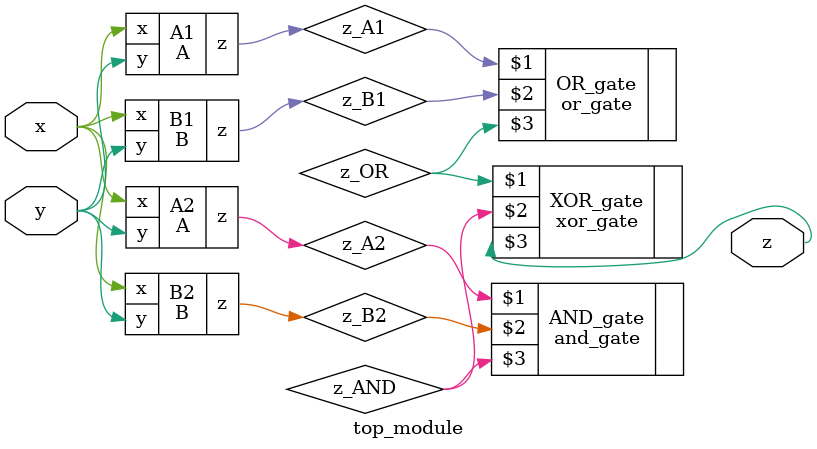
<source format=sv>
module A(
	input x,
	input y,
	output z);
	
	assign z = (x ^ y) & x;
	
endmodule
module B(
	input x,
	input y,
	output z);
	
	always @(x, y)
	begin
		case({x, y})
			2'b00: z = 1'b1;
			2'b01: z = 1'b0;
			2'b10: z = 1'b0;
			2'b11: z = 1'b1;
		endcase
	end
	
endmodule
module top_module(
	input x,
	input y,
	output z);
	
	wire z_A1, z_A2, z_B1, z_B2, z_OR, z_AND;
	
	A A1(x, y, z_A1);
	A A2(x, y, z_A2);
	B B1(x, y, z_B1);
	B B2(x, y, z_B2);
	
	or_gate OR_gate(z_A1, z_B1, z_OR);
	and_gate AND_gate(z_A2, z_B2, z_AND);
	
	xor_gate XOR_gate(z_OR, z_AND, z);
	
endmodule

</source>
